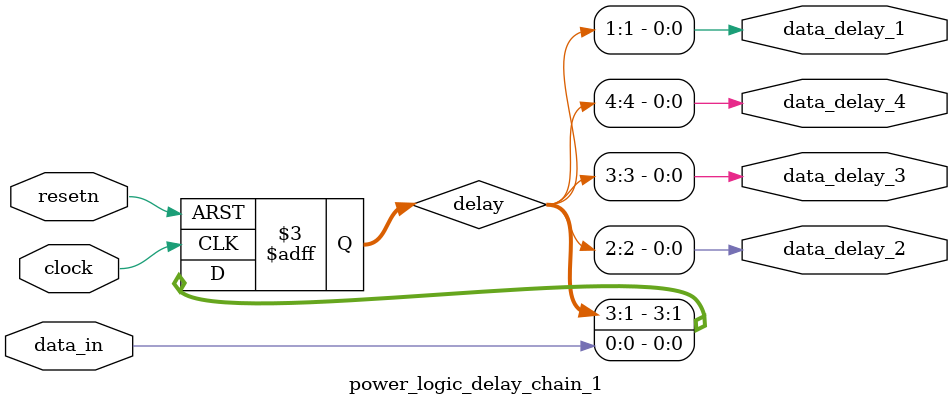
<source format=sv>
module power_logic_delay_chain_1(
	input  wire clock,
	input  wire resetn,
	input  wire data_in,
	output wire data_delay_1,
	output wire data_delay_2,
	output wire data_delay_3,
	output wire data_delay_4
);

reg [4:1] delay;

assign data_delay_1 = delay[1];
assign data_delay_2 = delay[2];
assign data_delay_3 = delay[3];
assign data_delay_4 = delay[4];

always @(posedge clock or negedge resetn)
begin
	if(~resetn)
		delay <= 4'b1111;
	else
		delay <= {delay[3:1], data_in};
end

endmodule


</source>
